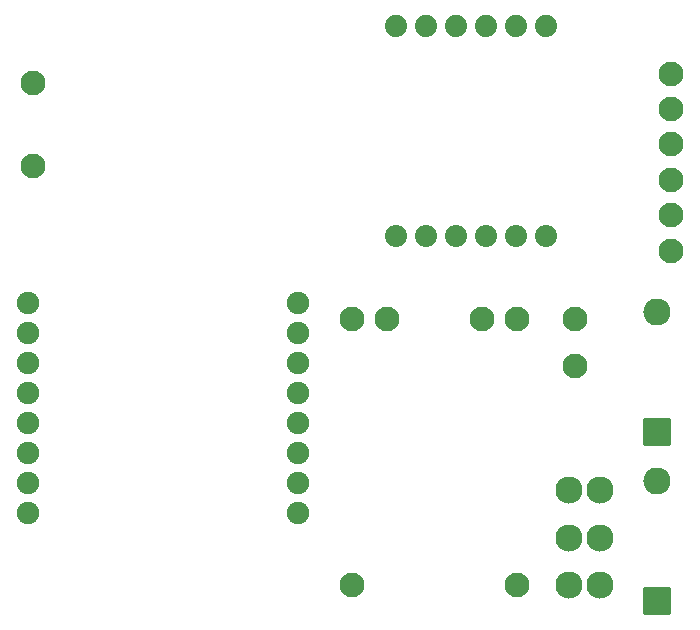
<source format=gbs>
G04 #@! TF.GenerationSoftware,KiCad,Pcbnew,(6.0.10)*
G04 #@! TF.CreationDate,2023-01-25T16:02:22-05:00*
G04 #@! TF.ProjectId,SlimeVRMotherBoardV2,536c696d-6556-4524-9d6f-74686572426f,V1.2*
G04 #@! TF.SameCoordinates,Original*
G04 #@! TF.FileFunction,Soldermask,Bot*
G04 #@! TF.FilePolarity,Negative*
%FSLAX46Y46*%
G04 Gerber Fmt 4.6, Leading zero omitted, Abs format (unit mm)*
G04 Created by KiCad (PCBNEW (6.0.10)) date 2023-01-25 16:02:22*
%MOMM*%
%LPD*%
G01*
G04 APERTURE LIST*
G04 Aperture macros list*
%AMRoundRect*
0 Rectangle with rounded corners*
0 $1 Rounding radius*
0 $2 $3 $4 $5 $6 $7 $8 $9 X,Y pos of 4 corners*
0 Add a 4 corners polygon primitive as box body*
4,1,4,$2,$3,$4,$5,$6,$7,$8,$9,$2,$3,0*
0 Add four circle primitives for the rounded corners*
1,1,$1+$1,$2,$3*
1,1,$1+$1,$4,$5*
1,1,$1+$1,$6,$7*
1,1,$1+$1,$8,$9*
0 Add four rect primitives between the rounded corners*
20,1,$1+$1,$2,$3,$4,$5,0*
20,1,$1+$1,$4,$5,$6,$7,0*
20,1,$1+$1,$6,$7,$8,$9,0*
20,1,$1+$1,$8,$9,$2,$3,0*%
G04 Aperture macros list end*
%ADD10C,1.900000*%
%ADD11C,2.100000*%
%ADD12RoundRect,0.050000X1.100000X-1.100000X1.100000X1.100000X-1.100000X1.100000X-1.100000X-1.100000X0*%
%ADD13O,2.300000X2.300000*%
%ADD14C,1.878000*%
%ADD15C,2.300000*%
%ADD16C,1.879600*%
G04 APERTURE END LIST*
D10*
X136570000Y-121110000D03*
X136570000Y-123650000D03*
X136570000Y-126190000D03*
X136570000Y-128730000D03*
X136570000Y-131270000D03*
X136570000Y-133810000D03*
X136570000Y-136350000D03*
X136570000Y-138890000D03*
X159430000Y-138890000D03*
X159430000Y-136350000D03*
X159430000Y-133810000D03*
X159430000Y-131270000D03*
X159430000Y-128730000D03*
X159430000Y-126190000D03*
X159430000Y-123650000D03*
X159430000Y-121110000D03*
D11*
X191040000Y-104720000D03*
X191040000Y-113720000D03*
X191040000Y-107720000D03*
X191040000Y-110720000D03*
X191040000Y-116720000D03*
X191040000Y-101720000D03*
X182880000Y-126460000D03*
X182880000Y-122460000D03*
X137000000Y-102500000D03*
X137000000Y-109500000D03*
D12*
X189837550Y-132080000D03*
D13*
X189837550Y-121920000D03*
D14*
X167709610Y-115436639D03*
X172789610Y-115436639D03*
X175329610Y-115436639D03*
X177869610Y-115436639D03*
X170249610Y-115436639D03*
X180409610Y-115436639D03*
D11*
X164000000Y-122500000D03*
X167000000Y-122500000D03*
X175000000Y-122500000D03*
X178000000Y-122500000D03*
X164000000Y-145000000D03*
X178000000Y-145000000D03*
D12*
X189837550Y-146405602D03*
D13*
X189837550Y-136245602D03*
D15*
X182400000Y-141000000D03*
X182400000Y-137000000D03*
X182400000Y-145000000D03*
X185000000Y-137000000D03*
X185000000Y-145000000D03*
X185000000Y-141000000D03*
D16*
X167699610Y-97656639D03*
X170239610Y-97656639D03*
X172779610Y-97656639D03*
X175319610Y-97656639D03*
X177859610Y-97656639D03*
X180399610Y-97656639D03*
M02*

</source>
